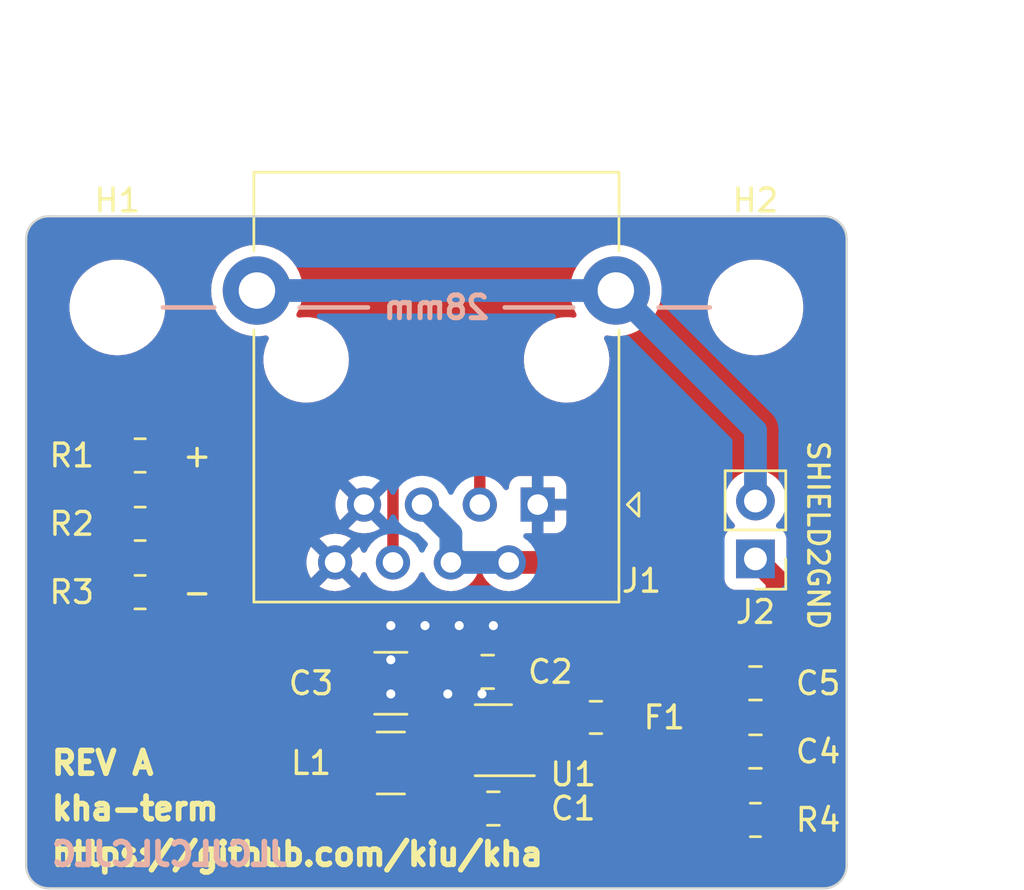
<source format=kicad_pcb>
(kicad_pcb (version 20221018) (generator pcbnew)
  (layers (0 "F.Cu" signal) (31 "B.Cu" signal) (34 "B.Paste" user) (35 "F.Paste" user) (36 "B.SilkS" user "B.Silkscreen") (37 "F.SilkS" user "F.Silkscreen") (38 "B.Mask" user) (39 "F.Mask" user) (44 "Edge.Cuts" user))
  (net 0 "")
  (net 1 "+5V")
  (net 2 "GND")
  (net 3 "Net-(U1-SW)")
  (net 4 "Net-(U1-BST)")
  (net 5 "Net-(U1-EN)")
  (net 6 "+12V")
  (net 7 "485A")
  (net 8 "485B")
  (net 9 "Net-(C4-Pad1)")
  (net 10 "Earth")
  (footprint "MountingHole:MountingHole_3.7mm" (layer "F.Cu") (at 89 37)
    (fp_text reference "H1" (at 0 -4.7) (layer "F.SilkS"))
    (fp_text value "MountingHole")
    (pad "" np_thru_hole circle (at 0 0) (size 3.7 3.7) (drill 3.7) (layers "*.Cu" "*.Mask"))
  )
  (footprint "Resistor_SMD:R_0805_2012Metric" (layer "F.Cu") (at 90 43.5)
    (fp_text reference "R1" (at -3 0 180) (layer "F.SilkS"))
    (fp_text value "680R DNP")
    (fp_line (start -0.227064 -0.735) (end 0.227064 -0.735) (stroke (width 0.12)) (layer "F.SilkS"))
    (fp_line (start -0.227064 0.735) (end 0.227064 0.735) (stroke (width 0.12)) (layer "F.SilkS"))
    (pad "1" smd roundrect (at -0.9125 0) (size 1.025 1.4) (layers "F.Cu" "F.Paste" "F.Mask") (roundrect_rratio 0.243902439) (net 1 "+5V"))
    (pad "2" smd roundrect (at 0.9125 0) (size 1.025 1.4) (layers "F.Cu" "F.Paste" "F.Mask") (roundrect_rratio 0.243902439) (net 7 "485A"))
  )
  (footprint "kiu:GDLX-S-88K" (layer "F.Cu") (at 103 36.257 180)
    (fp_text reference "J1" (at -9 -12.743 unlocked) (layer "F.SilkS"))
    (fp_text value "RJ45_Shielded")
    (fp_line (start -8.886 -9.906) (end -8.886 -8.89) (stroke (width 0.12)) (layer "F.SilkS"))
    (fp_line (start -8.886 -8.89) (end -8.378 -9.398) (stroke (width 0.12)) (layer "F.SilkS"))
    (fp_line (start -8.378 -9.398) (end -8.886 -9.906) (stroke (width 0.12)) (layer "F.SilkS"))
    (fp_line (start -8.01 -13.678) (end -8.01 -1.748) (stroke (width 0.12)) (layer "F.SilkS"))
    (fp_line (start -8.01 1.752) (end -8.01 5.192) (stroke (width 0.12)) (layer "F.SilkS"))
    (fp_line (start 8.01 -13.678) (end -8.01 -13.678) (stroke (width 0.12)) (layer "F.SilkS"))
    (fp_line (start 8.01 -13.678) (end 8.01 -1.748) (stroke (width 0.12)) (layer "F.SilkS"))
    (fp_line (start 8.01 1.752) (end 8.01 5.192) (stroke (width 0.12)) (layer "F.SilkS"))
    (fp_line (start 8.01 5.192) (end -8.01 5.192) (stroke (width 0.12)) (layer "F.SilkS"))
    (pad "" np_thru_hole circle (at -5.715 -3.048 180) (size 3.25 3.25) (drill 3.25) (layers "*.Cu" "*.Mask"))
    (pad "" np_thru_hole circle (at 5.715 -3.048) (size 3.25 3.25) (drill 3.25) (layers "*.Cu" "*.Mask"))
    (pad "1" thru_hole rect (at -4.445 -9.398) (size 1.5 1.5) (drill 0.9) (layers "*.Cu" "*.Mask") (net 2 "GND"))
    (pad "2" thru_hole circle (at -3.175 -11.938) (size 1.5 1.5) (drill 0.9) (layers "*.Cu" "*.Mask") (net 6 "+12V"))
    (pad "3" thru_hole circle (at -1.905 -9.398) (size 1.5 1.5) (drill 0.9) (layers "*.Cu" "*.Mask") (net 7 "485A"))
    (pad "4" thru_hole circle (at -0.635 -11.938) (size 1.5 1.5) (drill 0.9) (layers "*.Cu" "*.Mask") (net 6 "+12V"))
    (pad "5" thru_hole circle (at 0.635 -9.398) (size 1.5 1.5) (drill 0.9) (layers "*.Cu" "*.Mask") (net 6 "+12V"))
    (pad "6" thru_hole circle (at 1.905 -11.938) (size 1.5 1.5) (drill 0.9) (layers "*.Cu" "*.Mask") (net 8 "485B"))
    (pad "7" thru_hole circle (at 3.175 -9.398) (size 1.5 1.5) (drill 0.9) (layers "*.Cu" "*.Mask") (net 2 "GND"))
    (pad "8" thru_hole circle (at 4.445 -11.938) (size 1.5 1.5) (drill 0.9) (layers "*.Cu" "*.Mask") (net 2 "GND"))
    (pad "SH" thru_hole circle (at -7.874 0.002 180) (size 3 3) (drill 1.6) (layers "*.Cu" "*.Mask") (net 10 "Earth"))
    (pad "SH" thru_hole circle (at 7.874 0) (size 3 3) (drill 1.6) (layers "*.Cu" "*.Mask") (net 10 "Earth"))
  )
  (footprint "Capacitor_SMD:C_0805_2012Metric" (layer "F.Cu") (at 105.5 59)
    (fp_text reference "C1" (at 3.5 0) (layer "F.SilkS"))
    (fp_text value "100nF")
    (fp_line (start -0.261252 -0.735) (end 0.261252 -0.735) (stroke (width 0.12)) (layer "F.SilkS"))
    (fp_line (start -0.261252 0.735) (end 0.261252 0.735) (stroke (width 0.12)) (layer "F.SilkS"))
    (pad "1" smd roundrect (at -0.95 0) (size 1 1.45) (layers "F.Cu" "F.Paste" "F.Mask") (net 3 "Net-(U1-SW)"))
    (pad "2" smd roundrect (at 0.95 0) (size 1 1.45) (layers "F.Cu" "F.Paste" "F.Mask") (net 4 "Net-(U1-BST)"))
  )
  (footprint "Connector_PinHeader_2.54mm:PinHeader_1x02_P2.54mm_Vertical" (layer "F.Cu") (at 117 48.04 180)
    (fp_text reference "J2" (at 0 -2.33) (layer "F.SilkS"))
    (fp_text value "1x02_Jumper")
    (fp_line (start -1.33 -1.33) (end 0 -1.33) (stroke (width 0.12)) (layer "F.SilkS"))
    (fp_line (start -1.33 0) (end -1.33 -1.33) (stroke (width 0.12)) (layer "F.SilkS"))
    (fp_line (start -1.33 1.27) (end -1.33 3.87) (stroke (width 0.12)) (layer "F.SilkS"))
    (fp_line (start -1.33 1.27) (end 1.33 1.27) (stroke (width 0.12)) (layer "F.SilkS"))
    (fp_line (start -1.33 3.87) (end 1.33 3.87) (stroke (width 0.12)) (layer "F.SilkS"))
    (fp_line (start 1.33 1.27) (end 1.33 3.87) (stroke (width 0.12)) (layer "F.SilkS"))
    (pad "1" thru_hole rect (at 0 0 180) (size 1.7 1.7) (drill 1) (layers "*.Cu" "*.Mask") (net 9 "Net-(C4-Pad1)"))
    (pad "2" thru_hole oval (at 0 2.54 180) (size 1.7 1.7) (drill 1) (layers "*.Cu" "*.Mask") (net 10 "Earth"))
  )
  (footprint "Fuse:Fuse_0805_2012Metric" (layer "F.Cu") (at 110 55)
    (fp_text reference "F1" (at 3 0) (layer "F.SilkS"))
    (fp_text value "Polyfuse")
    (fp_line (start -0.258578 -0.71) (end 0.258578 -0.71) (stroke (width 0.12)) (layer "F.SilkS"))
    (fp_line (start -0.258578 0.71) (end 0.258578 0.71) (stroke (width 0.12)) (layer "F.SilkS"))
    (pad "1" smd roundrect (at -0.9375 0) (size 0.975 1.4) (layers "F.Cu" "F.Paste" "F.Mask") (net 5 "Net-(U1-EN)"))
    (pad "2" smd roundrect (at 0.9375 0) (size 0.975 1.4) (layers "F.Cu" "F.Paste" "F.Mask") (net 6 "+12V"))
  )
  (footprint "MountingHole:MountingHole_3.7mm" (layer "F.Cu") (at 117 37)
    (fp_text reference "H2" (at 0 -4.7) (layer "F.SilkS"))
    (fp_text value "MountingHole")
    (pad "" np_thru_hole circle (at 0 0) (size 3.7 3.7) (drill 3.7) (layers "*.Cu" "*.Mask"))
  )
  (footprint "Capacitor_SMD:C_0805_2012Metric" (layer "F.Cu") (at 105.25 53)
    (fp_text reference "C2" (at 2.75 0) (layer "F.SilkS"))
    (fp_text value "10uF")
    (fp_line (start -0.261252 -0.735) (end 0.261252 -0.735) (stroke (width 0.12)) (layer "F.SilkS"))
    (fp_line (start -0.261252 0.735) (end 0.261252 0.735) (stroke (width 0.12)) (layer "F.SilkS"))
    (pad "1" smd roundrect (at -0.95 0) (size 1 1.45) (layers "F.Cu" "F.Paste" "F.Mask") (net 2 "GND"))
    (pad "2" smd roundrect (at 0.95 0) (size 1 1.45) (layers "F.Cu" "F.Paste" "F.Mask") (net 5 "Net-(U1-EN)"))
  )
  (footprint "Resistor_SMD:R_0805_2012Metric" (layer "F.Cu") (at 117 59.5 180)
    (fp_text reference "R4" (at -2.75 0) (layer "F.SilkS"))
    (fp_text value "1M")
    (fp_line (start -0.227064 -0.735) (end 0.227064 -0.735) (stroke (width 0.12)) (layer "F.SilkS"))
    (fp_line (start -0.227064 0.735) (end 0.227064 0.735) (stroke (width 0.12)) (layer "F.SilkS"))
    (pad "1" smd roundrect (at -0.9125 0 180) (size 1.025 1.4) (layers "F.Cu" "F.Paste" "F.Mask") (roundrect_rratio 0.243902439) (net 9 "Net-(C4-Pad1)"))
    (pad "2" smd roundrect (at 0.9125 0 180) (size 1.025 1.4) (layers "F.Cu" "F.Paste" "F.Mask") (roundrect_rratio 0.243902439) (net 2 "GND"))
  )
  (footprint "Capacitor_SMD:C_1210_3225Metric" (layer "F.Cu") (at 101 53.5)
    (fp_text reference "C3" (at -3.5 0) (layer "F.SilkS"))
    (fp_text value "47uF")
    (fp_line (start -0.711252 -1.36) (end 0.711252 -1.36) (stroke (width 0.12)) (layer "F.SilkS"))
    (fp_line (start -0.711252 1.36) (end 0.711252 1.36) (stroke (width 0.12)) (layer "F.SilkS"))
    (pad "1" smd roundrect (at -1.475 0) (size 1.15 2.7) (layers "F.Cu" "F.Paste" "F.Mask") (roundrect_rratio 0.2173913043) (net 1 "+5V"))
    (pad "2" smd roundrect (at 1.475 0) (size 1.15 2.7) (layers "F.Cu" "F.Paste" "F.Mask") (roundrect_rratio 0.2173913043) (net 2 "GND"))
  )
  (footprint "Capacitor_SMD:C_0805_2012Metric" (layer "F.Cu") (at 117 53.5 180)
    (fp_text reference "C5" (at -2.75 0) (layer "F.SilkS"))
    (fp_text value "10nF")
    (fp_line (start -0.261252 -0.735) (end 0.261252 -0.735) (stroke (width 0.12)) (layer "F.SilkS"))
    (fp_line (start -0.261252 0.735) (end 0.261252 0.735) (stroke (width 0.12)) (layer "F.SilkS"))
    (pad "1" smd roundrect (at -0.95 0 180) (size 1 1.45) (layers "F.Cu" "F.Paste" "F.Mask") (net 9 "Net-(C4-Pad1)"))
    (pad "2" smd roundrect (at 0.95 0 180) (size 1 1.45) (layers "F.Cu" "F.Paste" "F.Mask") (net 2 "GND"))
  )
  (footprint "Resistor_SMD:R_0805_2012Metric" (layer "F.Cu") (at 90 46.5 180)
    (fp_text reference "R2" (at 3 0 180) (layer "F.SilkS"))
    (fp_text value "120R")
    (fp_line (start -0.227064 -0.735) (end 0.227064 -0.735) (stroke (width 0.12)) (layer "F.SilkS"))
    (fp_line (start -0.227064 0.735) (end 0.227064 0.735) (stroke (width 0.12)) (layer "F.SilkS"))
    (pad "1" smd roundrect (at -0.9125 0 180) (size 1.025 1.4) (layers "F.Cu" "F.Paste" "F.Mask") (roundrect_rratio 0.243902439) (net 7 "485A"))
    (pad "2" smd roundrect (at 0.9125 0 180) (size 1.025 1.4) (layers "F.Cu" "F.Paste" "F.Mask") (roundrect_rratio 0.243902439) (net 8 "485B"))
  )
  (footprint "Package_TO_SOT_SMD:TSOT-23-6" (layer "F.Cu") (at 105.5 56 180)
    (fp_text reference "U1" (at -3.5 -1.5) (layer "F.SilkS"))
    (fp_text value "AP63205WU")
    (fp_line (start 0 -1.56) (end -1.8 -1.56) (stroke (width 0.12)) (layer "F.SilkS"))
    (fp_line (start 0 -1.56) (end 0.8 -1.56) (stroke (width 0.12)) (layer "F.SilkS"))
    (fp_line (start 0 1.56) (end -0.8 1.56) (stroke (width 0.12)) (layer "F.SilkS"))
    (fp_line (start 0 1.56) (end 0.8 1.56) (stroke (width 0.12)) (layer "F.SilkS"))
    (pad "1" smd roundrect (at -1.1375 -0.95 180) (size 1.325 0.6) (layers "F.Cu" "F.Paste" "F.Mask") (net 1 "+5V"))
    (pad "2" smd roundrect (at -1.1375 0 180) (size 1.325 0.6) (layers "F.Cu" "F.Paste" "F.Mask") (net 5 "Net-(U1-EN)"))
    (pad "3" smd roundrect (at -1.1375 0.95 180) (size 1.325 0.6) (layers "F.Cu" "F.Paste" "F.Mask") (net 5 "Net-(U1-EN)"))
    (pad "4" smd roundrect (at 1.1375 0.95 180) (size 1.325 0.6) (layers "F.Cu" "F.Paste" "F.Mask") (net 2 "GND"))
    (pad "5" smd roundrect (at 1.1375 0 180) (size 1.325 0.6) (layers "F.Cu" "F.Paste" "F.Mask") (net 3 "Net-(U1-SW)"))
    (pad "6" smd roundrect (at 1.1375 -0.95 180) (size 1.325 0.6) (layers "F.Cu" "F.Paste" "F.Mask") (net 4 "Net-(U1-BST)"))
  )
  (footprint "Resistor_SMD:R_0805_2012Metric" (layer "F.Cu") (at 90 49.5 180)
    (fp_text reference "R3" (at 3 0 180) (layer "F.SilkS"))
    (fp_text value "680R DNP")
    (fp_line (start -0.227064 -0.735) (end 0.227064 -0.735) (stroke (width 0.12)) (layer "F.SilkS"))
    (fp_line (start -0.227064 0.735) (end 0.227064 0.735) (stroke (width 0.12)) (layer "F.SilkS"))
    (pad "1" smd roundrect (at -0.9125 0 180) (size 1.025 1.4) (layers "F.Cu" "F.Paste" "F.Mask") (roundrect_rratio 0.243902439) (net 8 "485B"))
    (pad "2" smd roundrect (at 0.9125 0 180) (size 1.025 1.4) (layers "F.Cu" "F.Paste" "F.Mask") (roundrect_rratio 0.243902439) (net 2 "GND"))
  )
  (footprint "Capacitor_SMD:C_0805_2012Metric" (layer "F.Cu") (at 117 56.5 180)
    (fp_text reference "C4" (at -2.75 0) (layer "F.SilkS"))
    (fp_text value "100nF")
    (fp_line (start -0.261252 -0.735) (end 0.261252 -0.735) (stroke (width 0.12)) (layer "F.SilkS"))
    (fp_line (start -0.261252 0.735) (end 0.261252 0.735) (stroke (width 0.12)) (layer "F.SilkS"))
    (pad "1" smd roundrect (at -0.95 0 180) (size 1 1.45) (layers "F.Cu" "F.Paste" "F.Mask") (net 9 "Net-(C4-Pad1)"))
    (pad "2" smd roundrect (at 0.95 0 180) (size 1 1.45) (layers "F.Cu" "F.Paste" "F.Mask") (net 2 "GND"))
  )
  (footprint "Inductor_SMD:L_1210_3225Metric" (layer "F.Cu") (at 101 57 180)
    (fp_text reference "L1" (at 3.5 0) (layer "F.SilkS"))
    (fp_text value "4.7uH")
    (fp_line (start -0.602064 -1.36) (end 0.602064 -1.36) (stroke (width 0.12)) (layer "F.SilkS"))
    (fp_line (start -0.602064 1.36) (end 0.602064 1.36) (stroke (width 0.12)) (layer "F.SilkS"))
    (pad "1" smd roundrect (at -1.4 0 180) (size 1.25 2.65) (layers "F.Cu" "F.Paste" "F.Mask") (roundrect_rratio 0.2) (net 3 "Net-(U1-SW)"))
    (pad "2" smd roundrect (at 1.4 0 180) (size 1.25 2.65) (layers "F.Cu" "F.Paste" "F.Mask") (roundrect_rratio 0.2) (net 1 "+5V"))
  )
  (gr_line (start 106 37) (end 109 37) (stroke (width 0.2)) (layer "B.SilkS"))
  (gr_line (start 91 37) (end 93.25 37) (stroke (width 0.2)) (layer "B.SilkS"))
  (gr_line (start 112.75 37) (end 115 37) (stroke (width 0.2)) (layer "B.SilkS"))
  (gr_line (start 97 37) (end 100 37) (stroke (width 0.2)) (layer "B.SilkS"))
  (gr_line (start 85 61.5) (end 85 34) (stroke (width 0.1)) (layer "Edge.Cuts"))
  (gr_line (start 120 62.5) (end 86 62.5) (stroke (width 0.1)) (layer "Edge.Cuts"))
  (gr_line (start 86 33) (end 120 33) (stroke (width 0.1)) (layer "Edge.Cuts"))
  (gr_arc (start 121 61.5) (mid 120.707107 62.207107) (end 120 62.5) (stroke (width 0.1)) (layer "Edge.Cuts"))
  (gr_arc (start 85 34) (mid 85.292893 33.292893) (end 86 33) (stroke (width 0.1)) (layer "Edge.Cuts"))
  (gr_arc (start 86 62.5) (mid 85.292893 62.207107) (end 85 61.5) (stroke (width 0.1)) (layer "Edge.Cuts"))
  (gr_arc (start 120 33) (mid 120.707107 33.292893) (end 121 34) (stroke (width 0.1)) (layer "Edge.Cuts"))
  (gr_line (start 121 34) (end 121 61.5) (stroke (width 0.1)) (layer "Edge.Cuts"))
  (gr_text "28mm" (at 103 37) (layer "B.SilkS") (effects (font (size 1 1) (thickness 0.22) bold) (justify mirror)))
  (gr_text "JLCJLCJLCJLC" (at 86 61) (layer "B.SilkS") (effects (font (size 1 1) (thickness 0.25)) (justify right mirror)))
  (gr_text "SHIELD2GND" (at 119.75 47 -90) (layer "F.SilkS") (effects (font (size 0.9 0.9) (thickness 0.15) bold)))
  (gr_text "+" (at 92.5 43.5) (layer "F.SilkS") (effects (font (size 1 1))))
  (gr_text "-" (at 92.5 49.5) (layer "F.SilkS") (effects (font (size 1 1))))
  (gr_text "https://github.com/kiu/kha" (at 86 61) (layer "F.SilkS") (effects (font (size 1 1) (thickness 0.25) bold) (justify left)))
  (gr_text "REV A" (at 86 57) (layer "F.SilkS") (effects (font (size 1 1) (thickness 0.25) bold) (justify left)))
  (gr_text "kha-term" (at 86 59) (layer "F.SilkS") (effects (font (size 1 1) (thickness 0.25) bold) (justify left)))
  (segment (start 99.6 59.6) (end 100.5 60.5) (width 0.5) (layer "F.Cu") (net 1))
  (segment (start 88 53.5) (end 87 52.5) (width 0.5) (layer "F.Cu") (net 1))
  (segment (start 107.75 60.25) (end 107.75 57.5) (width 0.5) (layer "F.Cu") (net 1))
  (segment (start 99.6 56.96875) (end 99.6 53.54375) (width 1) (layer "F.Cu") (net 1))
  (segment (start 107.2 56.95) (end 106.6375 56.95) (width 0.5) (layer "F.Cu") (net 1))
  (segment (start 100.5 60.5) (end 107.5 60.5) (width 0.5) (layer "F.Cu") (net 1))
  (segment (start 99.6 53.54375) (end 99.525 53.46875) (width 1) (layer "F.Cu") (net 1))
  (segment (start 99.525 53.5) (end 88 53.5) (width 0.5) (layer "F.Cu") (net 1))
  (segment (start 89.0875 43.5) (end 87.5 43.5) (width 0.5) (layer "F.Cu") (net 1))
  (segment (start 87 44) (end 87 52.5) (width 0.5) (layer "F.Cu") (net 1))
  (segment (start 107.5 60.5) (end 107.75 60.25) (width 0.5) (layer "F.Cu") (net 1))
  (segment (start 107.75 57.5) (end 107.2 56.95) (width 0.5) (layer "F.Cu") (net 1))
  (segment (start 87.5 43.5) (end 87 44) (width 0.5) (layer "F.Cu") (net 1))
  (segment (start 99.6 57) (end 99.6 59.6) (width 0.5) (layer "F.Cu") (net 1))
  (via (at 105.5 50.96875) (size 0.8) (drill 0.4) (layers "F.Cu" "B.Cu") (net 2))
  (via (at 101 53.96875) (size 0.8) (drill 0.4) (layers "F.Cu" "B.Cu") (net 2))
  (via (at 101 50.96875) (size 0.8) (drill 0.4) (layers "F.Cu" "B.Cu") (net 2))
  (via (at 103.5 53.96875) (size 0.8) (drill 0.4) (layers "F.Cu" "B.Cu") (net 2))
  (via (at 105 53.96875) (size 0.8) (drill 0.4) (layers "F.Cu" "B.Cu") (net 2))
  (via (at 104 50.96875) (size 0.8) (drill 0.4) (layers "F.Cu" "B.Cu") (net 2))
  (via (at 102.5 50.96875) (size 0.8) (drill 0.4) (layers "F.Cu" "B.Cu") (net 2))
  (via (at 101 52.46875) (size 0.8) (drill 0.4) (layers "F.Cu" "B.Cu") (net 2))
  (segment (start 104.3625 55.96875) (end 103.4 55.96875) (width 0.6) (layer "F.Cu") (net 3))
  (segment (start 102.4 58.36875) (end 102.4 56.96875) (width 0.6) (layer "F.Cu") (net 3))
  (segment (start 103.4 55.96875) (end 102.4 56.96875) (width 0.6) (layer "F.Cu") (net 3))
  (segment (start 104.55 58.96875) (end 103 58.96875) (width 0.6) (layer "F.Cu") (net 3))
  (segment (start 103 58.96875) (end 102.4 58.36875) (width 0.6) (layer "F.Cu") (net 3))
  (segment (start 104.95 56.91875) (end 106.45 58.41875) (width 0.6) (layer "F.Cu") (net 4))
  (segment (start 104.3625 56.91875) (end 104.95 56.91875) (width 0.6) (layer "F.Cu") (net 4))
  (segment (start 106.45 58.41875) (end 106.45 58.96875) (width 0.6) (layer "F.Cu") (net 4))
  (segment (start 106.6375 55.96875) (end 106.6375 55.01875) (width 0.6) (layer "F.Cu") (net 5))
  (segment (start 106.6875 54.96875) (end 106.6375 55.01875) (width 1) (layer "F.Cu") (net 5))
  (segment (start 106.2 54.58125) (end 106.6375 55.01875) (width 1) (layer "F.Cu") (net 5))
  (segment (start 109.0625 54.96875) (end 106.6875 54.96875) (width 1) (layer "F.Cu") (net 5))
  (segment (start 106.2 52.96875) (end 106.2 54.58125) (width 1) (layer "F.Cu") (net 5))
  (segment (start 110.9375 51.4375) (end 110.9375 55) (width 1) (layer "F.Cu") (net 6))
  (segment (start 106.175 48.195) (end 107.695 48.195) (width 1) (layer "F.Cu") (net 6))
  (segment (start 107.695 48.195) (end 110.9375 51.4375) (width 1) (layer "F.Cu") (net 6))
  (segment (start 103.635 46.925) (end 102.365 45.655) (width 1) (layer "B.Cu") (net 6))
  (segment (start 103.635 48.195) (end 106.175 48.195) (width 1) (layer "B.Cu") (net 6))
  (segment (start 103.635 48.195) (end 103.635 46.925) (width 1) (layer "B.Cu") (net 6))
  (segment (start 103.5 42.5) (end 91.9125 42.5) (width 0.5) (layer "F.Cu") (net 7))
  (segment (start 104.905 45.655) (end 104.905 43.905) (width 0.5) (layer "F.Cu") (net 7))
  (segment (start 91.9125 42.5) (end 90.9125 43.5) (width 0.5) (layer "F.Cu") (net 7))
  (segment (start 104.905 43.905) (end 103.5 42.5) (width 0.5) (layer "F.Cu") (net 7))
  (segment (start 90.9125 46.5) (end 90.9125 43.5) (width 0.5) (layer "F.Cu") (net 7))
  (segment (start 101.095 44.595) (end 100 43.5) (width 0.5) (layer "F.Cu") (net 8))
  (segment (start 101.095 48.195) (end 101.095 44.595) (width 0.5) (layer "F.Cu") (net 8))
  (segment (start 92.5 44.5) (end 92.5 47.9125) (width 0.5) (layer "F.Cu") (net 8))
  (segment (start 90.9125 48.9125) (end 90.9125 49.5) (width 0.5) (layer "F.Cu") (net 8))
  (segment (start 93.5 43.5) (end 92.5 44.5) (width 0.5) (layer "F.Cu") (net 8))
  (segment (start 89.0875 47.0875) (end 90.9125 48.9125) (width 0.5) (layer "F.Cu") (net 8))
  (segment (start 89.0875 46.5) (end 89.0875 47.0875) (width 0.5) (layer "F.Cu") (net 8))
  (segment (start 92.5 47.9125) (end 90.9125 49.5) (width 0.5) (layer "F.Cu") (net 8))
  (segment (start 100 43.5) (end 93.5 43.5) (width 0.5) (layer "F.Cu") (net 8))
  (segment (start 117.95 48.99) (end 117.95 53.5) (width 1) (layer "F.Cu") (net 9))
  (segment (start 117.95 53.5) (end 117.95 56.5) (width 1) (layer "F.Cu") (net 9))
  (segment (start 117 48.04) (end 117.95 48.99) (width 1) (layer "F.Cu") (net 9))
  (segment (start 117.95 56.5) (end 117.95 59.4625) (width 1) (layer "F.Cu") (net 9))
  (segment (start 117.95 59.4625) (end 117.9125 59.5) (width 1) (layer "F.Cu") (net 9))
  (segment (start 95.126 36.257) (end 110.872 36.257) (width 1) (layer "B.Cu") (net 10))
  (segment (start 117 42.381) (end 117 45.5) (width 1) (layer "B.Cu") (net 10))
  (segment (start 110.872 36.257) (end 110.874 36.255) (width 1) (layer "B.Cu") (net 10))
  (segment (start 110.874 36.255) (end 117 42.381) (width 1) (layer "B.Cu") (net 10))
  (zone (net 2) (net_name "GND") (layer "F.Cu") (priority 1) (connect_pads yes (clearance 0.508)) (min_thickness 0.25) (fill yes (thermal_gap 0.5) (thermal_bridge_width 0.5))
    (polygon (pts (xy 100.75 50.71875) (xy 105.25 50.71875) (xy 105.25 55.46875) (xy 100.75 55.46875)))
  )
  (zone (net 2) (net_name "GND") (layers "F&B.Cu") (connect_pads (clearance 0.508)) (min_thickness 0.254) (fill yes (thermal_gap 0.508) (thermal_bridge_width 0.508))
    (polygon (pts (xy 121 62.5) (xy 85 62.5) (xy 85 33) (xy 121 33)))
  )
)
</source>
